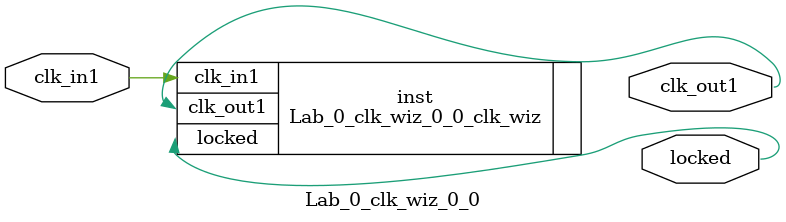
<source format=v>


`timescale 1ps/1ps

(* CORE_GENERATION_INFO = "Lab_0_clk_wiz_0_0,clk_wiz_v6_0_1_0_0,{component_name=Lab_0_clk_wiz_0_0,use_phase_alignment=true,use_min_o_jitter=false,use_max_i_jitter=false,use_dyn_phase_shift=false,use_inclk_switchover=false,use_dyn_reconfig=false,enable_axi=0,feedback_source=FDBK_AUTO,PRIMITIVE=MMCM,num_out_clk=1,clkin1_period=10.000,clkin2_period=10.000,use_power_down=false,use_reset=false,use_locked=true,use_inclk_stopped=false,feedback_type=SINGLE,CLOCK_MGR_TYPE=NA,manual_override=false}" *)

module Lab_0_clk_wiz_0_0 
 (
  // Clock out ports
  output        clk_out1,
  // Status and control signals
  output        locked,
 // Clock in ports
  input         clk_in1
 );

  Lab_0_clk_wiz_0_0_clk_wiz inst
  (
  // Clock out ports  
  .clk_out1(clk_out1),
  // Status and control signals               
  .locked(locked),
 // Clock in ports
  .clk_in1(clk_in1)
  );

endmodule

</source>
